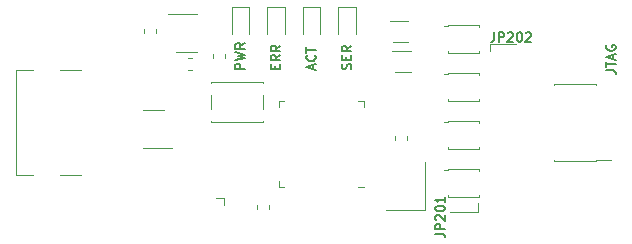
<source format=gbr>
%TF.GenerationSoftware,KiCad,Pcbnew,(5.1.5)-3*%
%TF.CreationDate,2020-08-07T14:40:55+02:00*%
%TF.ProjectId,bmp22,626d7032-322e-46b6-9963-61645f706362,rev?*%
%TF.SameCoordinates,Original*%
%TF.FileFunction,Legend,Top*%
%TF.FilePolarity,Positive*%
%FSLAX46Y46*%
G04 Gerber Fmt 4.6, Leading zero omitted, Abs format (unit mm)*
G04 Created by KiCad (PCBNEW (5.1.5)-3) date 2020-08-07 14:40:55*
%MOMM*%
%LPD*%
G04 APERTURE LIST*
%ADD10C,0.120000*%
%ADD11C,0.150000*%
G04 APERTURE END LIST*
D10*
X155400000Y-137600000D02*
X155400000Y-137600000D01*
X157800000Y-137600000D02*
X155400000Y-137600000D01*
X157800000Y-137600000D02*
X157800000Y-136800000D01*
X158800000Y-123400000D02*
X158800000Y-124000000D01*
X161000000Y-123400000D02*
X158800000Y-123400000D01*
D11*
X168662404Y-125583833D02*
X169233833Y-125583833D01*
X169348119Y-125621928D01*
X169424309Y-125698119D01*
X169462404Y-125812404D01*
X169462404Y-125888595D01*
X168662404Y-125317166D02*
X168662404Y-124860023D01*
X169462404Y-125088595D02*
X168662404Y-125088595D01*
X169233833Y-124631452D02*
X169233833Y-124250500D01*
X169462404Y-124707642D02*
X168662404Y-124440976D01*
X169462404Y-124174309D01*
X168700500Y-123488595D02*
X168662404Y-123564785D01*
X168662404Y-123679071D01*
X168700500Y-123793357D01*
X168776690Y-123869547D01*
X168852880Y-123907642D01*
X169005261Y-123945738D01*
X169119547Y-123945738D01*
X169271928Y-123907642D01*
X169348119Y-123869547D01*
X169424309Y-123793357D01*
X169462404Y-123679071D01*
X169462404Y-123602880D01*
X169424309Y-123488595D01*
X169386214Y-123450500D01*
X169119547Y-123450500D01*
X169119547Y-123602880D01*
D10*
%TO.C,SW301*%
X135214000Y-129850000D02*
X135214000Y-129970000D01*
X135214000Y-127700000D02*
X135214000Y-128840000D01*
X135214000Y-126570000D02*
X135214000Y-126690000D01*
X139614000Y-126570000D02*
X135214000Y-126570000D01*
X139614000Y-126690000D02*
X139614000Y-126570000D01*
X139614000Y-128840000D02*
X139614000Y-127700000D01*
X139614000Y-129970000D02*
X139614000Y-129850000D01*
X135214000Y-129970000D02*
X139614000Y-129970000D01*
%TO.C,Y301*%
X149988000Y-137382000D02*
X153288000Y-137382000D01*
X153288000Y-137382000D02*
X153288000Y-133382000D01*
%TO.C,U302*%
X141391000Y-135436000D02*
X140916000Y-135436000D01*
X140916000Y-135436000D02*
X140916000Y-134961000D01*
X147661000Y-128216000D02*
X148136000Y-128216000D01*
X148136000Y-128216000D02*
X148136000Y-128691000D01*
X141391000Y-128216000D02*
X140916000Y-128216000D01*
X140916000Y-128216000D02*
X140916000Y-128691000D01*
X147661000Y-135436000D02*
X148136000Y-135436000D01*
%TO.C,U301*%
X131202000Y-128946000D02*
X129402000Y-128946000D01*
X129402000Y-132166000D02*
X131852000Y-132166000D01*
%TO.C,U204*%
X155291000Y-132264000D02*
X155291000Y-132064000D01*
X155291000Y-129964000D02*
X154891000Y-129964000D01*
X155291000Y-129864000D02*
X155291000Y-129964000D01*
X157891000Y-129864000D02*
X155291000Y-129864000D01*
X157891000Y-130064000D02*
X157891000Y-129864000D01*
X157891000Y-132264000D02*
X157891000Y-132064000D01*
X155291000Y-132264000D02*
X157891000Y-132264000D01*
%TO.C,U203*%
X155291000Y-136328000D02*
X155291000Y-136128000D01*
X155291000Y-134028000D02*
X154891000Y-134028000D01*
X155291000Y-133928000D02*
X155291000Y-134028000D01*
X157891000Y-133928000D02*
X155291000Y-133928000D01*
X157891000Y-134128000D02*
X157891000Y-133928000D01*
X157891000Y-136328000D02*
X157891000Y-136128000D01*
X155291000Y-136328000D02*
X157891000Y-136328000D01*
%TO.C,U202*%
X155291000Y-128200000D02*
X155291000Y-128000000D01*
X155291000Y-125900000D02*
X154891000Y-125900000D01*
X155291000Y-125800000D02*
X155291000Y-125900000D01*
X157891000Y-125800000D02*
X155291000Y-125800000D01*
X157891000Y-126000000D02*
X157891000Y-125800000D01*
X157891000Y-128200000D02*
X157891000Y-128000000D01*
X155291000Y-128200000D02*
X157891000Y-128200000D01*
%TO.C,U201*%
X155291000Y-124136000D02*
X155291000Y-123936000D01*
X155291000Y-121836000D02*
X154891000Y-121836000D01*
X155291000Y-121736000D02*
X155291000Y-121836000D01*
X157891000Y-121736000D02*
X155291000Y-121736000D01*
X157891000Y-121936000D02*
X157891000Y-121736000D01*
X157891000Y-124136000D02*
X157891000Y-123936000D01*
X155291000Y-124136000D02*
X157891000Y-124136000D01*
%TO.C,U101*%
X132196000Y-124038000D02*
X133996000Y-124038000D01*
X133996000Y-120818000D02*
X131546000Y-120818000D01*
%TO.C,Q203*%
X152097500Y-125741000D02*
X150797500Y-125741000D01*
X150547500Y-123941000D02*
X152097500Y-123941000D01*
%TO.C,Q201*%
X151907000Y-123201000D02*
X150607000Y-123201000D01*
X150357000Y-121401000D02*
X151907000Y-121401000D01*
%TO.C,J302*%
X136271000Y-136398000D02*
X136271000Y-137033000D01*
X135636000Y-136398000D02*
X136271000Y-136398000D01*
%TO.C,J301*%
X118660000Y-134470000D02*
X118660000Y-125530000D01*
X124170000Y-134470000D02*
X122370000Y-134470000D01*
X118660000Y-134470000D02*
X120120000Y-134470000D01*
X118660000Y-125530000D02*
X120120000Y-125530000D01*
X124170000Y-125530000D02*
X122370000Y-125530000D01*
%TO.C,J201*%
X167765000Y-133235000D02*
X164235000Y-133235000D01*
X167765000Y-126765000D02*
X164235000Y-126765000D01*
X169090000Y-133170000D02*
X167765000Y-133170000D01*
X167765000Y-133235000D02*
X167765000Y-133170000D01*
X164235000Y-133235000D02*
X164235000Y-133170000D01*
X167765000Y-126830000D02*
X167765000Y-126765000D01*
X164235000Y-126830000D02*
X164235000Y-126765000D01*
%TO.C,D304*%
X141435000Y-122500000D02*
X141435000Y-120215000D01*
X141435000Y-120215000D02*
X139965000Y-120215000D01*
X139965000Y-120215000D02*
X139965000Y-122500000D01*
%TO.C,D303*%
X144435000Y-122500000D02*
X144435000Y-120215000D01*
X144435000Y-120215000D02*
X142965000Y-120215000D01*
X142965000Y-120215000D02*
X142965000Y-122500000D01*
%TO.C,D302*%
X147435000Y-122500000D02*
X147435000Y-120215000D01*
X147435000Y-120215000D02*
X145965000Y-120215000D01*
X145965000Y-120215000D02*
X145965000Y-122500000D01*
%TO.C,D301*%
X138435000Y-122500000D02*
X138435000Y-120215000D01*
X138435000Y-120215000D02*
X136965000Y-120215000D01*
X136965000Y-120215000D02*
X136965000Y-122500000D01*
%TO.C,C308*%
X151767000Y-131155221D02*
X151767000Y-131480779D01*
X150747000Y-131155221D02*
X150747000Y-131480779D01*
%TO.C,C307*%
X140110000Y-136997221D02*
X140110000Y-137322779D01*
X139090000Y-136997221D02*
X139090000Y-137322779D01*
%TO.C,C103*%
X136410000Y-124237221D02*
X136410000Y-124562779D01*
X135390000Y-124237221D02*
X135390000Y-124562779D01*
%TO.C,C102*%
X133563579Y-125579600D02*
X133238021Y-125579600D01*
X133563579Y-124559600D02*
X133238021Y-124559600D01*
%TO.C,C101*%
X130558000Y-122138221D02*
X130558000Y-122463779D01*
X129538000Y-122138221D02*
X129538000Y-122463779D01*
%TO.C,JP202*%
D11*
X159171428Y-122361904D02*
X159171428Y-122933333D01*
X159133333Y-123047619D01*
X159057142Y-123123809D01*
X158942857Y-123161904D01*
X158866666Y-123161904D01*
X159552380Y-123161904D02*
X159552380Y-122361904D01*
X159857142Y-122361904D01*
X159933333Y-122400000D01*
X159971428Y-122438095D01*
X160009523Y-122514285D01*
X160009523Y-122628571D01*
X159971428Y-122704761D01*
X159933333Y-122742857D01*
X159857142Y-122780952D01*
X159552380Y-122780952D01*
X160314285Y-122438095D02*
X160352380Y-122400000D01*
X160428571Y-122361904D01*
X160619047Y-122361904D01*
X160695238Y-122400000D01*
X160733333Y-122438095D01*
X160771428Y-122514285D01*
X160771428Y-122590476D01*
X160733333Y-122704761D01*
X160276190Y-123161904D01*
X160771428Y-123161904D01*
X161266666Y-122361904D02*
X161342857Y-122361904D01*
X161419047Y-122400000D01*
X161457142Y-122438095D01*
X161495238Y-122514285D01*
X161533333Y-122666666D01*
X161533333Y-122857142D01*
X161495238Y-123009523D01*
X161457142Y-123085714D01*
X161419047Y-123123809D01*
X161342857Y-123161904D01*
X161266666Y-123161904D01*
X161190476Y-123123809D01*
X161152380Y-123085714D01*
X161114285Y-123009523D01*
X161076190Y-122857142D01*
X161076190Y-122666666D01*
X161114285Y-122514285D01*
X161152380Y-122438095D01*
X161190476Y-122400000D01*
X161266666Y-122361904D01*
X161838095Y-122438095D02*
X161876190Y-122400000D01*
X161952380Y-122361904D01*
X162142857Y-122361904D01*
X162219047Y-122400000D01*
X162257142Y-122438095D01*
X162295238Y-122514285D01*
X162295238Y-122590476D01*
X162257142Y-122704761D01*
X161800000Y-123161904D01*
X162295238Y-123161904D01*
%TO.C,JP201*%
X154161904Y-139428571D02*
X154733333Y-139428571D01*
X154847619Y-139466666D01*
X154923809Y-139542857D01*
X154961904Y-139657142D01*
X154961904Y-139733333D01*
X154961904Y-139047619D02*
X154161904Y-139047619D01*
X154161904Y-138742857D01*
X154200000Y-138666666D01*
X154238095Y-138628571D01*
X154314285Y-138590476D01*
X154428571Y-138590476D01*
X154504761Y-138628571D01*
X154542857Y-138666666D01*
X154580952Y-138742857D01*
X154580952Y-139047619D01*
X154238095Y-138285714D02*
X154200000Y-138247619D01*
X154161904Y-138171428D01*
X154161904Y-137980952D01*
X154200000Y-137904761D01*
X154238095Y-137866666D01*
X154314285Y-137828571D01*
X154390476Y-137828571D01*
X154504761Y-137866666D01*
X154961904Y-138323809D01*
X154961904Y-137828571D01*
X154161904Y-137333333D02*
X154161904Y-137257142D01*
X154200000Y-137180952D01*
X154238095Y-137142857D01*
X154314285Y-137104761D01*
X154466666Y-137066666D01*
X154657142Y-137066666D01*
X154809523Y-137104761D01*
X154885714Y-137142857D01*
X154923809Y-137180952D01*
X154961904Y-137257142D01*
X154961904Y-137333333D01*
X154923809Y-137409523D01*
X154885714Y-137447619D01*
X154809523Y-137485714D01*
X154657142Y-137523809D01*
X154466666Y-137523809D01*
X154314285Y-137485714D01*
X154238095Y-137447619D01*
X154200000Y-137409523D01*
X154161904Y-137333333D01*
X154961904Y-136304761D02*
X154961904Y-136761904D01*
X154961904Y-136533333D02*
X154161904Y-136533333D01*
X154276190Y-136609523D01*
X154352380Y-136685714D01*
X154390476Y-136761904D01*
%TO.C,D304*%
X140642857Y-125476023D02*
X140642857Y-125209357D01*
X141061904Y-125095071D02*
X141061904Y-125476023D01*
X140261904Y-125476023D01*
X140261904Y-125095071D01*
X141061904Y-124295071D02*
X140680952Y-124561738D01*
X141061904Y-124752214D02*
X140261904Y-124752214D01*
X140261904Y-124447452D01*
X140300000Y-124371261D01*
X140338095Y-124333166D01*
X140414285Y-124295071D01*
X140528571Y-124295071D01*
X140604761Y-124333166D01*
X140642857Y-124371261D01*
X140680952Y-124447452D01*
X140680952Y-124752214D01*
X141061904Y-123495071D02*
X140680952Y-123761738D01*
X141061904Y-123952214D02*
X140261904Y-123952214D01*
X140261904Y-123647452D01*
X140300000Y-123571261D01*
X140338095Y-123533166D01*
X140414285Y-123495071D01*
X140528571Y-123495071D01*
X140604761Y-123533166D01*
X140642857Y-123571261D01*
X140680952Y-123647452D01*
X140680952Y-123952214D01*
%TO.C,D303*%
X143833333Y-125514119D02*
X143833333Y-125133166D01*
X144061904Y-125590309D02*
X143261904Y-125323642D01*
X144061904Y-125056976D01*
X143985714Y-124333166D02*
X144023809Y-124371261D01*
X144061904Y-124485547D01*
X144061904Y-124561738D01*
X144023809Y-124676023D01*
X143947619Y-124752214D01*
X143871428Y-124790309D01*
X143719047Y-124828404D01*
X143604761Y-124828404D01*
X143452380Y-124790309D01*
X143376190Y-124752214D01*
X143300000Y-124676023D01*
X143261904Y-124561738D01*
X143261904Y-124485547D01*
X143300000Y-124371261D01*
X143338095Y-124333166D01*
X143261904Y-124104595D02*
X143261904Y-123647452D01*
X144061904Y-123876023D02*
X143261904Y-123876023D01*
%TO.C,D302*%
X147023809Y-125514119D02*
X147061904Y-125399833D01*
X147061904Y-125209357D01*
X147023809Y-125133166D01*
X146985714Y-125095071D01*
X146909523Y-125056976D01*
X146833333Y-125056976D01*
X146757142Y-125095071D01*
X146719047Y-125133166D01*
X146680952Y-125209357D01*
X146642857Y-125361738D01*
X146604761Y-125437928D01*
X146566666Y-125476023D01*
X146490476Y-125514119D01*
X146414285Y-125514119D01*
X146338095Y-125476023D01*
X146300000Y-125437928D01*
X146261904Y-125361738D01*
X146261904Y-125171261D01*
X146300000Y-125056976D01*
X146642857Y-124714119D02*
X146642857Y-124447452D01*
X147061904Y-124333166D02*
X147061904Y-124714119D01*
X146261904Y-124714119D01*
X146261904Y-124333166D01*
X147061904Y-123533166D02*
X146680952Y-123799833D01*
X147061904Y-123990309D02*
X146261904Y-123990309D01*
X146261904Y-123685547D01*
X146300000Y-123609357D01*
X146338095Y-123571261D01*
X146414285Y-123533166D01*
X146528571Y-123533166D01*
X146604761Y-123571261D01*
X146642857Y-123609357D01*
X146680952Y-123685547D01*
X146680952Y-123990309D01*
%TO.C,D301*%
X138061904Y-125476023D02*
X137261904Y-125476023D01*
X137261904Y-125171261D01*
X137300000Y-125095071D01*
X137338095Y-125056976D01*
X137414285Y-125018880D01*
X137528571Y-125018880D01*
X137604761Y-125056976D01*
X137642857Y-125095071D01*
X137680952Y-125171261D01*
X137680952Y-125476023D01*
X137261904Y-124752214D02*
X138061904Y-124561738D01*
X137490476Y-124409357D01*
X138061904Y-124256976D01*
X137261904Y-124066500D01*
X138061904Y-123304595D02*
X137680952Y-123571261D01*
X138061904Y-123761738D02*
X137261904Y-123761738D01*
X137261904Y-123456976D01*
X137300000Y-123380785D01*
X137338095Y-123342690D01*
X137414285Y-123304595D01*
X137528571Y-123304595D01*
X137604761Y-123342690D01*
X137642857Y-123380785D01*
X137680952Y-123456976D01*
X137680952Y-123761738D01*
%TD*%
M02*

</source>
